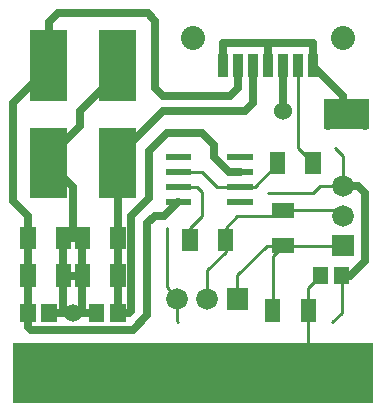
<source format=gbr>
G04 start of page 2 for group 0 idx 0 *
G04 Title: (unknown), component *
G04 Creator: pcb 1.99z *
G04 CreationDate: Wed 27 Mar 2013 05:03:31 PM GMT UTC *
G04 For: nock *
G04 Format: Gerber/RS-274X *
G04 PCB-Dimensions (mil): 6000.00 5000.00 *
G04 PCB-Coordinate-Origin: lower left *
%MOIN*%
%FSLAX25Y25*%
%LNTOP*%
%ADD25C,0.0590*%
%ADD24C,0.0420*%
%ADD23C,0.0380*%
%ADD22C,0.0350*%
%ADD21R,0.0250X0.0250*%
%ADD20R,0.0200X0.0200*%
%ADD19R,0.0512X0.0512*%
%ADD18R,0.0350X0.0350*%
%ADD17R,0.1230X0.1230*%
%ADD16C,0.0800*%
%ADD15C,0.0720*%
%ADD14C,0.0600*%
%ADD13C,0.0100*%
%ADD12C,0.0250*%
%ADD11C,0.0001*%
G54D11*G36*
X185000Y217500D02*X305000D01*
Y197500D01*
X185000D01*
Y217500D01*
G37*
G54D12*X232500Y325000D02*X230000Y327500D01*
X200000D01*
X220000Y310000D02*Y307500D01*
X232500Y325000D02*Y302500D01*
X207500Y290000D02*Y295000D01*
X200000Y327500D02*X197000Y324500D01*
X220000Y307500D02*X207500Y295000D01*
X197000Y324500D02*Y309500D01*
X185000Y297500D01*
X235000Y295000D02*X220000Y280000D01*
X230314Y281496D02*X236220Y287402D01*
X257500Y300000D02*X235000D01*
X232500Y302500D01*
X262500Y295000D02*X235000D01*
X251968Y283465D02*X248031Y287402D01*
X236220D01*
X260657Y274528D02*X256968D01*
X251968Y279528D01*
Y283465D01*
G54D13*X240157Y274528D02*X247907D01*
G54D12*X201810Y240000D02*X208190D01*
X197086Y227500D02*X212914D01*
X201810Y252500D02*Y228190D01*
X202500Y227500D01*
X208190Y252500D02*Y228190D01*
X207500Y227500D01*
X185000Y265000D02*X190000Y260000D01*
Y227500D01*
X225000Y222000D02*X191000D01*
X190000Y223000D01*
Y227000D01*
X197000Y277500D02*Y279500D01*
X207500Y290000D01*
X205000Y269500D02*X197000Y277500D01*
X185000Y297500D02*Y265000D01*
X208190Y252500D02*X201810D01*
X205000Y269500D02*Y252500D01*
X220000Y227500D02*Y280000D01*
X224409Y228347D02*Y259843D01*
X230314Y265748D01*
Y281496D01*
X220000Y227500D02*X223562D01*
X224409Y228347D01*
X225000Y222000D02*X229846Y226846D01*
G54D13*X239842Y232599D02*Y224725D01*
X240157Y224410D01*
G54D12*X229846Y226846D02*Y257406D01*
X232283Y259843D01*
X235472D01*
X240157Y264528D01*
X255000Y310000D02*Y317500D01*
X285000D01*
X270000D02*Y310000D01*
X260000D02*Y302500D01*
X257500Y300000D01*
X265000Y310000D02*Y297500D01*
X262500Y295000D01*
X285000Y310000D02*Y317500D01*
Y310000D02*X295000Y300000D01*
X275000Y310000D02*Y295000D01*
G54D13*X280000Y282500D02*Y310000D01*
G54D12*X295000Y300000D02*Y297500D01*
G54D13*X293190Y261810D02*X295000Y260000D01*
X275000Y261810D02*X293190D01*
G54D12*X302500Y245000D02*Y267500D01*
G54D13*X273033Y259843D02*X275000Y261810D01*
G54D12*X302500Y267500D02*X300000Y270000D01*
G54D13*X295000D02*Y280000D01*
X292500Y282500D01*
G54D12*X300000Y270000D02*X295000D01*
G54D13*X287500D01*
X285000Y267500D01*
X270000D01*
X285000Y277500D02*X280000Y282500D01*
X273190Y277500D02*Y277128D01*
X271654Y246654D02*X275000Y250000D01*
X295000D02*X269684D01*
X247907Y274528D02*X252907Y269528D01*
X246220D02*X248031Y267717D01*
Y259843D01*
X252907Y269528D02*X265590D01*
X240157D02*X246220D01*
X276810Y215690D02*X280000Y212500D01*
X283464Y215964D02*X280000Y212500D01*
X282500Y205000D02*X280000Y202500D01*
G54D12*X294586Y240000D02*X297500D01*
X302500Y245000D01*
G54D13*X283464Y235964D02*X287500Y240000D01*
X294586D02*Y227658D01*
X291338Y224410D01*
X283464Y235964D02*Y215964D01*
X265590Y269528D02*X273190Y277128D01*
X271654Y228347D02*Y246654D01*
X269684Y250000D02*X259842Y240158D01*
Y232284D01*
X244095Y251969D02*Y255907D01*
X248031Y259843D01*
X255905Y248032D02*X249842Y241969D01*
X255905Y248032D02*Y255906D01*
X259842Y259843D01*
X273033D01*
X249842Y232284D02*Y241969D01*
X239842Y232599D02*X236220Y236221D01*
Y255906D01*
G54D14*X220000Y202500D03*
X230000D03*
X240000D03*
X250000D03*
G54D11*G36*
X187000Y205500D02*Y199500D01*
X193000D01*
Y205500D01*
X187000D01*
G37*
G54D14*X200000Y202500D03*
X210000D03*
X240000Y212500D03*
X230000D03*
X220000D03*
X210000D03*
X200000D03*
X190000D03*
X260000Y202500D03*
Y212500D03*
X250000D03*
G54D11*G36*
X256242Y235884D02*Y228684D01*
X263442D01*
Y235884D01*
X256242D01*
G37*
G54D15*X249842Y232284D03*
X239842D03*
G54D14*X270000Y202500D03*
Y212500D03*
X280000Y202500D03*
Y212500D03*
X290000Y202500D03*
X300000D03*
Y212500D03*
X290000D03*
G54D16*X295100Y319300D03*
G54D11*G36*
X291400Y253600D02*Y246400D01*
X298600D01*
Y253600D01*
X291400D01*
G37*
G54D15*X295000Y260000D03*
Y270000D03*
G54D16*X244900Y319300D03*
G54D17*X220000Y315600D02*Y304400D01*
G54D18*X255000Y312150D02*Y307850D01*
X260000Y312150D02*Y307850D01*
G54D19*X208190Y241181D02*Y238819D01*
X220000Y241181D02*Y238819D01*
X208190Y253681D02*Y251319D01*
X220000Y253681D02*Y251319D01*
G54D17*X220000Y283100D02*Y271900D01*
X197000Y283100D02*Y271900D01*
G54D19*X190000Y241181D02*Y238819D01*
X201810Y241181D02*Y238819D01*
X190000Y253681D02*Y251319D01*
X201810Y253681D02*Y251319D01*
X190000Y227893D02*Y227107D01*
X197086Y227893D02*Y227107D01*
X212914Y227893D02*Y227107D01*
X220000Y227893D02*Y227107D01*
X283464Y229528D02*Y227166D01*
X271654Y229528D02*Y227166D01*
X273819Y250000D02*X276181D01*
X273819Y261810D02*X276181D01*
X287500Y240393D02*Y239607D01*
X294586Y240393D02*Y239607D01*
G54D18*X265000Y312150D02*Y307850D01*
X270000Y312150D02*Y307850D01*
X275000Y312150D02*Y307850D01*
X280000Y312150D02*Y307850D01*
X285000Y312150D02*Y307850D01*
G54D19*X255905Y253150D02*Y250788D01*
X244095Y253150D02*Y250788D01*
G54D20*X236907Y279528D02*X243407D01*
X236907Y274528D02*X243407D01*
X236907Y269528D02*X243407D01*
X236907Y264528D02*X243407D01*
G54D12*X290000Y295000D02*X302500D01*
X290000Y297500D02*Y290000D01*
G54D21*X302500D01*
G54D12*Y297500D02*Y290000D01*
G54D21*X290000Y297500D02*X302500D01*
G54D12*X290000Y292500D02*X302500D01*
G54D17*X197000Y315600D02*Y304400D01*
G54D20*X257407Y264528D02*X263907D01*
G54D19*X273190Y278681D02*Y276319D01*
X285000Y278681D02*Y276319D01*
G54D20*X257407Y269528D02*X263907D01*
X257407Y274528D02*X263907D01*
X257407Y279528D02*X263907D01*
G54D14*X205000Y227500D03*
X275000Y295000D03*
G54D22*G54D23*G54D24*G54D23*G54D25*G54D24*G54D25*M02*

</source>
